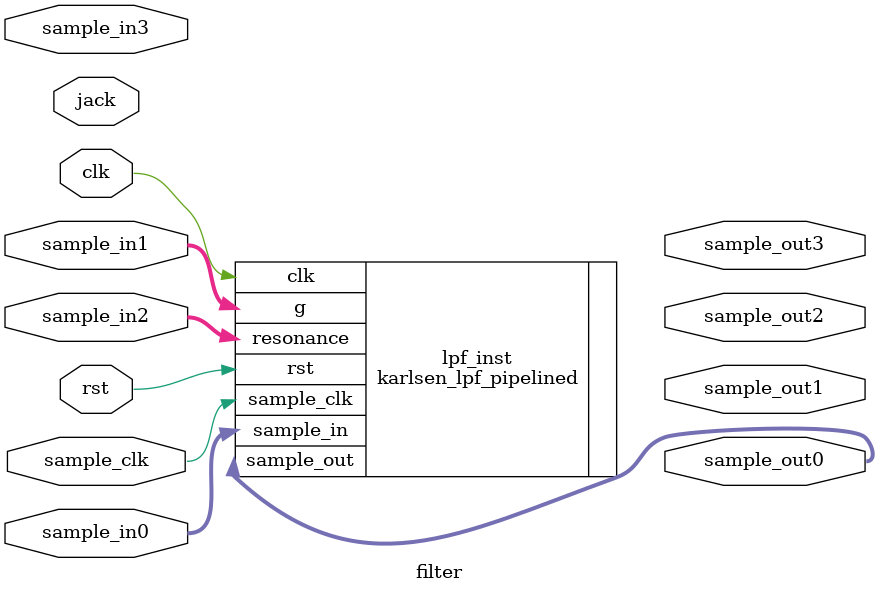
<source format=sv>

`default_nettype none

module filter #(
    parameter W = 16
)(
    input rst,
    input clk,
    input sample_clk,
    input signed [W-1:0] sample_in0,
    input signed [W-1:0] sample_in1,
    input signed [W-1:0] sample_in2,
    input signed [W-1:0] sample_in3,
    output signed [W-1:0] sample_out0,
    output signed [W-1:0] sample_out1,
    output signed [W-1:0] sample_out2,
    output signed [W-1:0] sample_out3,
    input [7:0] jack
);

karlsen_lpf_pipelined #(.W(W)) lpf_inst(
    .rst(rst),
    .clk(clk),
    .sample_clk(sample_clk),
    .sample_in(sample_in0),
    .sample_out(sample_out0),
    .g(sample_in1),
    .resonance(sample_in2)
);

endmodule

</source>
